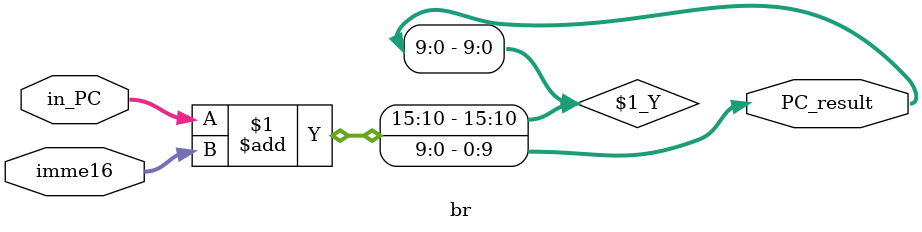
<source format=v>
module br(
  input [0:15] imme16,
  input [0:9] in_PC,

  output [0:9] PC_result
);

assign PC_result = in_PC + imme16;

endmodule
</source>
